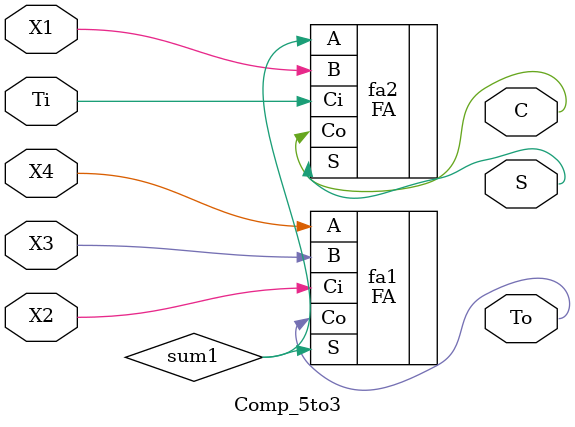
<source format=sv>

module Comp_5to3 (X1, X2, X3, X4, Ti, To, C, S);
input X1, X2, X3, X4, Ti;
output To, C, S;

wire sum1;

	//First full adder
  	FA fa1 (.A (X4),
           	.B (X3),
           	.Ci (X2),
	  		 .Co (To),
 	   		.S (sum1));

	//Second full adder
   	FA fa2 (.A (sum1),
          	.B (X1),
          	.Ci (Ti),
         	.Co (C),
	     	.S (S));

endmodule

</source>
